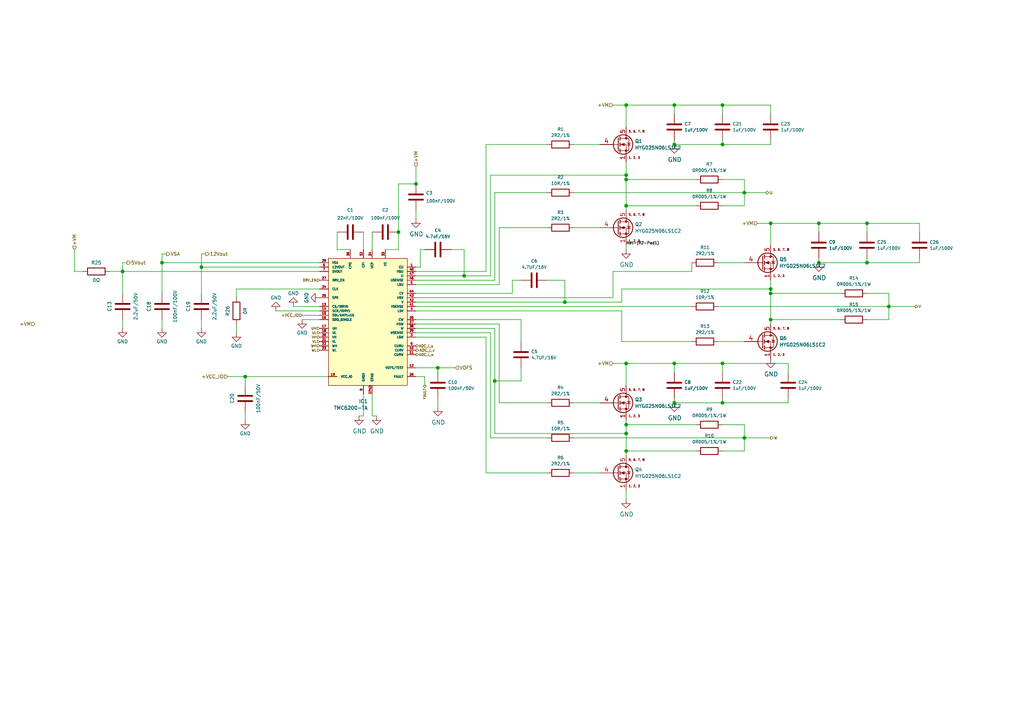
<source format=kicad_sch>
(kicad_sch (version 20211123) (generator eeschema)
  (paper "A4")
  (title_block (title "TMC6100-EVAL") (date "2019-10-28") (rev "1.2") (company "Trinamic OÜ"))
  (lib_symbols
    (symbol "Device:C" (pin_numbers hide) (pin_names (offset 0.254))
      (property "Reference" "C" (at 0.635 2.54 0))
      (property "Value" "C" (at 0.635 -2.54 0))
      (symbol "C_0_1"
        (polyline (pts (xy -2.032 -0.762) (xy 2.032 -0.762)) (stroke (width 0.508)))
        (polyline (pts (xy -2.032 0.762) (xy 2.032 0.762)) (stroke (width 0.508)))
      )
      (symbol "C_1_1"
        (pin passive line (at 0 3.81 270) (length 2.794) (name "~") (number "1"))
        (pin passive line (at 0 -3.81 90) (length 2.794) (name "~") (number "2"))
      )
    )
    (symbol "Device:R" (pin_numbers hide) (pin_names (offset 0))
      (property "Reference" "R" (at 2.032 0 90))
      (property "Value" "R" (at 0 0 90))
      (symbol "R_0_1"
        (rectangle (start -1.016 -2.54) (end 1.016 2.54) (stroke (width 0.254)))
      )
      (symbol "R_1_1"
        (pin passive line (at 0 3.81 270) (length 1.27) (name "~") (number "1"))
        (pin passive line (at 0 -3.81 90) (length 1.27) (name "~") (number "2"))
      )
    )
    (symbol "opm-inline-rescue:HYG025N06LS1C2" (pin_names hide)
      (property "Reference" "Q" (at 5.08 1.905 0))
      (property "Value" "HYG025N06LS1C2" (at 5.08 0 0))
      (symbol "HYG025N06LS1C2_0_0"
        (text "1, 2, 3" (at 3.175 -3.81 0) (effects (font (size 0.6096 0.6096)) (justify left)))
        (text "5, 6, 7, 8" (at 3.175 3.81 0) (effects (font (size 0.6096 0.6096)) (justify left)))
      )
      (symbol "HYG025N06LS1C2_0_1"
        (polyline (pts (xy -1.27 0) (xy 0.254 0)))
        (polyline (pts (xy 0.762 -1.778) (xy 2.54 -1.778)))
        (polyline (pts (xy 0.762 -1.27) (xy 0.762 -2.286)) (stroke (width 0.254)))
        (polyline (pts (xy 0.762 0) (xy 2.54 0)))
        (polyline (pts (xy 0.762 0.508) (xy 0.762 -0.508)) (stroke (width 0.254)))
        (polyline (pts (xy 0.762 1.778) (xy 2.54 1.778)))
        (polyline (pts (xy 0.762 2.286) (xy 0.762 1.27)) (stroke (width 0.254)))
        (polyline (pts (xy 2.54 -1.778) (xy 2.54 -2.54)))
        (polyline (pts (xy 2.54 -1.778) (xy 2.54 0)))
        (polyline (pts (xy 2.54 2.54) (xy 2.54 1.778)))
        (polyline (pts (xy 0.254 1.905) (xy 0.254 -1.905) (xy 0.254 -1.905)) (stroke (width 0.254)))
        (polyline (pts (xy 1.016 0) (xy 2.032 0.381) (xy 2.032 -0.381) (xy 1.016 0)) (fill (type outline)))
        (polyline (pts (xy 2.54 -1.778) (xy 3.302 -1.778) (xy 3.302 1.778) (xy 2.54 1.778)))
        (polyline (pts (xy 2.794 0.508) (xy 2.921 0.381) (xy 3.683 0.381) (xy 3.81 0.254)))
        (polyline (pts (xy 3.302 0.381) (xy 2.921 -0.254) (xy 3.683 -0.254) (xy 3.302 0.381)))
        (circle (center 1.651 0) (radius 2.8194) (stroke (width 0.254)))
        (circle (center 2.54 -1.778) (radius 0.2794) (fill (type outline)))
        (circle (center 2.54 1.778) (radius 0.2794) (fill (type outline)))
      )
      (symbol "HYG025N06LS1C2_1_1"
        (pin passive line (at 2.54 -5.08 90) (length 2.54) (name "S") (number "1"))
        (pin passive line (at 2.54 -5.08 90) (length 2.54) hide (name "S") (number "2"))
        (pin passive line (at 2.54 -5.08 90) (length 2.54) hide (name "S") (number "3"))
        (pin passive line (at -5.08 0 0) (length 3.81) (name "G") (number "4"))
        (pin passive line (at 2.54 5.08 270) (length 2.54) (name "D") (number "5"))
        (pin passive line (at 2.54 5.08 270) (length 2.54) hide (name "D") (number "6"))
        (pin passive line (at 2.54 5.08 270) (length 2.54) hide (name "D") (number "7"))
        (pin passive line (at 2.54 5.08 270) (length 2.54) hide (name "D") (number "8"))
      )
    )
    (symbol "opm-inline-rescue:TMC6200-TA-opm-inline-cache-opm-inline-rescue" (pin_names (offset 1.016))
      (property "Reference" "IC" (at 0 -1.27 0))
      (property "Value" "TMC6200-TA-opm-inline-cache-opm-inline-rescue" (at 0 1.27 0))
      (symbol "TMC6200-TA-opm-inline-cache-opm-inline-rescue_0_1"
        (rectangle (start -11.43 17.78) (end 11.43 -19.05) (fill (type background)))
      )
      (symbol "TMC6200-TA-opm-inline-cache-opm-inline-rescue_1_1"
        (pin unspecified line (at 13.97 15.24 180) (length 2.54) (name "CU") (number "1"))
        (pin output line (at 13.97 -8.89 180) (length 2.54) (name "CURV") (number "10"))
        (pin output line (at 13.97 -10.16 180) (length 2.54) (name "CURW") (number "11"))
        (pin output line (at 13.97 -13.97 180) (length 2.54) (name "VOFS/TEST") (number "12"))
        (pin output line (at -13.97 3.81 0) (length 2.54) (name "CS/IDRV0") (number "13"))
        (pin input line (at -13.97 2.54 0) (length 2.54) (name "SCK/IDRV1") (number "14"))
        (pin input line (at -13.97 1.27 0) (length 2.54) (name "SDI/AMPLx10") (number "15"))
        (pin bidirectional line (at -13.97 0 0) (length 2.54) (name "SDO_SINGLE") (number "16"))
        (pin input line (at -13.97 -2.54 0) (length 2.54) (name "UH") (number "17"))
        (pin input line (at -13.97 -3.81 0) (length 2.54) (name "UL") (number "18"))
        (pin unspecified line (at -11.43 -16.51 0) (length 2.54) (name "VCC_IO") (number "19"))
        (pin input line (at -13.97 -5.08 0) (length 2.54) (name "VH") (number "20"))
        (pin input line (at -13.97 -6.35 0) (length 2.54) (name "VL") (number "21"))
        (pin input line (at -13.97 -7.62 0) (length 2.54) (name "WH") (number "22"))
        (pin input line (at -13.97 -8.89 0) (length 2.54) (name "WL") (number "23"))
        (pin input line (at -13.97 8.89 0) (length 2.54) (name "CLK") (number "24"))
        (pin input line (at -13.97 6.35 0) (length 2.54) (name "SPE") (number "25"))
        (pin output line (at 13.97 -16.51 180) (length 2.54) (name "FAULT") (number "26"))
        (pin input line (at -13.97 11.43 0) (length 2.54) (name "DRV_EN") (number "27"))
        (pin unspecified line (at -13.97 16.51 0) (length 2.54) (name "VSA") (number "29"))
        (pin unspecified line (at 13.97 -5.08 180) (length 2.54) (name "LSW") (number "3"))
        (pin unspecified line (at -5.08 20.32 270) (length 2.54) (name "CPO") (number "30"))
        (pin unspecified line (at -1.27 20.32 270) (length 2.54) (name "CPI") (number "32"))
        (pin unspecified line (at 5.08 20.32 270) (length 2.54) (name "VS") (number "33"))
        (pin unspecified line (at 1.27 20.32 270) (length 2.54) (name "VCP") (number "34"))
        (pin unspecified line (at 13.97 0 180) (length 2.54) (name "CW") (number "36"))
        (pin unspecified line (at 13.97 -1.27 180) (length 2.54) (name "HSW") (number "37"))
        (pin unspecified line (at 13.97 -2.54 180) (length 2.54) (name "W") (number "38"))
        (pin unspecified line (at 13.97 -3.81 180) (length 2.54) (name "WSENSE") (number "39"))
        (pin unspecified line (at 13.97 2.54 180) (length 2.54) (name "LSV") (number "4"))
        (pin unspecified line (at 13.97 3.81 180) (length 2.54) (name "VSENSE") (number "41"))
        (pin unspecified line (at 13.97 5.08 180) (length 2.54) (name "V") (number "42"))
        (pin unspecified line (at 13.97 6.35 180) (length 2.54) (name "HSV") (number "43"))
        (pin unspecified line (at 13.97 7.62 180) (length 2.54) (name "CV") (number "44"))
        (pin unspecified line (at 13.97 11.43 180) (length 2.54) (name "USENSE") (number "46"))
        (pin unspecified line (at 13.97 12.7 180) (length 2.54) (name "U") (number "47"))
        (pin unspecified line (at 13.97 13.97 180) (length 2.54) (name "HSU") (number "48"))
        (pin unspecified line (at 13.97 10.16 180) (length 2.54) (name "LSU") (number "5"))
        (pin unspecified line (at -13.97 15.24 0) (length 2.54) (name "12VOUT") (number "6"))
        (pin unspecified line (at -13.97 13.97 0) (length 2.54) (name "5VOUT") (number "7"))
        (pin unspecified line (at -1.27 -21.59 90) (length 2.54) (name "GNDA") (number "8"))
        (pin output line (at 13.97 -7.62 180) (length 2.54) (name "CURU") (number "9"))
        (pin unspecified line (at 1.27 -21.59 90) (length 2.54) (name "EPAD") (number "EPAD"))
      )
    )
    (symbol "power:GND" (power) (pin_names (offset 0))
      (property "Value" "GND" (at 0 -3.81 0))
      (symbol "GND_0_1"
        (polyline (pts (xy 0 0) (xy 0 -1.27) (xy 1.27 -1.27) (xy 0 -2.54) (xy -1.27 -1.27) (xy 0 -1.27)))
      )
      (symbol "GND_1_1"
        (pin power_in line (at 0 0 270) (length 0) hide (name "GND") (number "1"))
      )
    )
  )
  (junction (at 215.9 127))
  (junction (at 46.99 76.2))
  (junction (at 71.12 109.22))
  (junction (at 257.81 88.9))
  (junction (at 143.51 110.49))
  (junction (at 195.58 30.48))
  (junction (at 237.49 64.77))
  (junction (at 181.61 30.48))
  (junction (at 181.61 50.8))
  (junction (at 181.61 59.69))
  (junction (at 195.58 41.91))
  (junction (at 181.61 52.07))
  (junction (at 223.52 64.77))
  (junction (at 223.52 83.82))
  (junction (at 58.42 77.47))
  (junction (at 209.55 41.91))
  (junction (at 195.58 105.41))
  (junction (at 195.58 116.84))
  (junction (at 181.61 123.19))
  (junction (at 209.55 105.41))
  (junction (at 251.46 64.77))
  (junction (at 181.61 125.73))
  (junction (at 181.61 130.81))
  (junction (at 120.65 53.34))
  (junction (at 209.55 30.48))
  (junction (at 127 106.68))
  (junction (at 115.57 67.31))
  (junction (at 215.9 55.88))
  (junction (at 237.49 76.2))
  (junction (at 251.46 76.2))
  (junction (at 163.83 87.63))
  (junction (at 134.62 80.01))
  (junction (at 35.56 78.74))
  (junction (at 181.61 105.41))
  (junction (at 223.52 92.71))
  (junction (at 223.52 85.09))
  (junction (at 209.55 116.84))
  (wire (pts (xy 58.42 73.66) (xy 59.69 73.66)))
  (wire (pts (xy 237.49 64.77) (xy 237.49 67.31)))
  (wire (pts (xy 219.71 64.77) (xy 223.52 64.77)))
  (wire (pts (xy 173.99 116.84) (xy 166.37 116.84)))
  (wire (pts (xy 228.6 105.41) (xy 228.6 107.95)))
  (wire (pts (xy 251.46 64.77) (xy 251.46 67.31)))
  (wire (pts (xy 166.37 55.88) (xy 215.9 55.88)))
  (wire (pts (xy 181.61 142.24) (xy 181.61 144.78)))
  (wire (pts (xy 120.65 78.74) (xy 140.97 78.74)))
  (wire (pts (xy 166.37 137.16) (xy 173.99 137.16)))
  (wire (pts (xy 120.65 109.22) (xy 123.19 109.22)))
  (wire (pts (xy 223.52 83.82) (xy 223.52 85.09)))
  (wire (pts (xy 181.61 59.69) (xy 201.93 59.69)))
  (wire (pts (xy 142.24 127) (xy 158.75 127)))
  (wire (pts (xy 115.57 72.39) (xy 115.57 67.31)))
  (wire (pts (xy 21.59 72.39) (xy 21.59 78.74)))
  (wire (pts (xy 195.58 30.48) (xy 209.55 30.48)))
  (wire (pts (xy 140.97 41.91) (xy 158.75 41.91)))
  (wire (pts (xy 92.71 83.82) (xy 68.58 83.82)))
  (wire (pts (xy 121.92 72.39) (xy 123.19 72.39)))
  (wire (pts (xy 140.97 97.79) (xy 140.97 137.16)))
  (wire (pts (xy 215.9 52.07) (xy 215.9 55.88)))
  (wire (pts (xy 195.58 105.41) (xy 195.58 107.95)))
  (wire (pts (xy 35.56 78.74) (xy 92.71 78.74)))
  (wire (pts (xy 223.52 64.77) (xy 237.49 64.77)))
  (wire (pts (xy 46.99 73.66) (xy 48.26 73.66)))
  (wire (pts (xy 120.65 53.34) (xy 120.65 48.26)))
  (wire (pts (xy 251.46 85.09) (xy 257.81 85.09)))
  (wire (pts (xy 143.51 125.73) (xy 181.61 125.73)))
  (wire (pts (xy 31.75 78.74) (xy 35.56 78.74)))
  (wire (pts (xy 181.61 111.76) (xy 181.61 105.41)))
  (wire (pts (xy 195.58 116.84) (xy 209.55 116.84)))
  (wire (pts (xy 151.13 106.68) (xy 151.13 110.49)))
  (wire (pts (xy 104.14 120.65) (xy 105.41 120.65)))
  (wire (pts (xy 181.61 36.83) (xy 181.61 30.48)))
  (wire (pts (xy 215.9 59.69) (xy 209.55 59.69)))
  (wire (pts (xy 215.9 55.88) (xy 222.25 55.88)))
  (wire (pts (xy 163.83 81.28) (xy 163.83 87.63)))
  (wire (pts (xy 215.9 127) (xy 223.52 127)))
  (wire (pts (xy 223.52 33.02) (xy 223.52 30.48)))
  (wire (pts (xy 120.65 87.63) (xy 163.83 87.63)))
  (wire (pts (xy 223.52 85.09) (xy 223.52 92.71)))
  (wire (pts (xy 237.49 64.77) (xy 251.46 64.77)))
  (wire (pts (xy 251.46 64.77) (xy 266.7 64.77)))
  (wire (pts (xy 215.9 123.19) (xy 215.9 127)))
  (wire (pts (xy 115.57 67.31) (xy 115.57 53.34)))
  (wire (pts (xy 120.65 93.98) (xy 144.78 93.98)))
  (wire (pts (xy 208.28 88.9) (xy 257.81 88.9)))
  (wire (pts (xy 85.09 88.9) (xy 92.71 88.9)))
  (wire (pts (xy 209.55 41.91) (xy 223.52 41.91)))
  (wire (pts (xy 120.65 92.71) (xy 151.13 92.71)))
  (wire (pts (xy 24.13 78.74) (xy 21.59 78.74)))
  (wire (pts (xy 215.9 130.81) (xy 209.55 130.81)))
  (wire (pts (xy 143.51 55.88) (xy 158.75 55.88)))
  (wire (pts (xy 120.65 95.25) (xy 143.51 95.25)))
  (wire (pts (xy 228.6 116.84) (xy 228.6 115.57)))
  (wire (pts (xy 223.52 71.12) (xy 223.52 64.77)))
  (wire (pts (xy 181.61 105.41) (xy 195.58 105.41)))
  (wire (pts (xy 180.34 87.63) (xy 180.34 83.82)))
  (wire (pts (xy 195.58 30.48) (xy 195.58 33.02)))
  (wire (pts (xy 120.65 88.9) (xy 200.66 88.9)))
  (wire (pts (xy 142.24 96.52) (xy 142.24 127)))
  (wire (pts (xy 148.59 85.09) (xy 148.59 81.28)))
  (wire (pts (xy 140.97 78.74) (xy 140.97 41.91)))
  (wire (pts (xy 35.56 76.2) (xy 35.56 78.74)))
  (wire (pts (xy 58.42 85.09) (xy 58.42 77.47)))
  (wire (pts (xy 158.75 81.28) (xy 163.83 81.28)))
  (wire (pts (xy 68.58 96.52) (xy 68.58 93.98)))
  (wire (pts (xy 130.81 72.39) (xy 134.62 72.39)))
  (wire (pts (xy 237.49 76.2) (xy 251.46 76.2)))
  (wire (pts (xy 120.65 90.17) (xy 180.34 90.17)))
  (wire (pts (xy 195.58 41.91) (xy 209.55 41.91)))
  (wire (pts (xy 209.55 41.91) (xy 209.55 40.64)))
  (wire (pts (xy 127 107.95) (xy 127 106.68)))
  (wire (pts (xy 257.81 88.9) (xy 265.43 88.9)))
  (wire (pts (xy 111.76 72.39) (xy 115.57 72.39)))
  (wire (pts (xy 68.58 83.82) (xy 68.58 86.36)))
  (wire (pts (xy 223.52 85.09) (xy 243.84 85.09)))
  (wire (pts (xy 46.99 92.71) (xy 46.99 95.25)))
  (wire (pts (xy 46.99 76.2) (xy 46.99 73.66)))
  (wire (pts (xy 58.42 92.71) (xy 58.42 95.25)))
  (wire (pts (xy 134.62 80.01) (xy 142.24 80.01)))
  (wire (pts (xy 209.55 30.48) (xy 209.55 33.02)))
  (wire (pts (xy 109.22 120.65) (xy 107.95 120.65)))
  (wire (pts (xy 120.65 82.55) (xy 144.78 82.55)))
  (wire (pts (xy 257.81 88.9) (xy 257.81 92.71)))
  (wire (pts (xy 181.61 59.69) (xy 181.61 60.96)))
  (wire (pts (xy 58.42 77.47) (xy 58.42 73.66)))
  (wire (pts (xy 215.9 55.88) (xy 215.9 59.69)))
  (wire (pts (xy 107.95 120.65) (xy 107.95 114.3)))
  (wire (pts (xy 140.97 137.16) (xy 158.75 137.16)))
  (wire (pts (xy 71.12 109.22) (xy 95.25 109.22)))
  (wire (pts (xy 251.46 76.2) (xy 266.7 76.2)))
  (wire (pts (xy 143.51 110.49) (xy 143.51 125.73)))
  (wire (pts (xy 92.71 76.2) (xy 46.99 76.2)))
  (wire (pts (xy 180.34 83.82) (xy 223.52 83.82)))
  (wire (pts (xy 223.52 93.98) (xy 223.52 92.71)))
  (wire (pts (xy 120.65 77.47) (xy 121.92 77.47)))
  (wire (pts (xy 35.56 95.25) (xy 35.56 92.71)))
  (wire (pts (xy 266.7 64.77) (xy 266.7 67.31)))
  (wire (pts (xy 127 115.57) (xy 127 118.11)))
  (wire (pts (xy 120.65 86.36) (xy 177.8 86.36)))
  (wire (pts (xy 123.19 109.22) (xy 123.19 111.76)))
  (wire (pts (xy 180.34 99.06) (xy 200.66 99.06)))
  (wire (pts (xy 36.83 76.2) (xy 35.56 76.2)))
  (wire (pts (xy 115.57 53.34) (xy 120.65 53.34)))
  (wire (pts (xy 177.8 86.36) (xy 177.8 78.74)))
  (wire (pts (xy 127 106.68) (xy 132.08 106.68)))
  (wire (pts (xy 209.55 105.41) (xy 195.58 105.41)))
  (wire (pts (xy 105.41 67.31) (xy 105.41 72.39)))
  (wire (pts (xy 223.52 81.28) (xy 223.52 83.82)))
  (wire (pts (xy 151.13 92.71) (xy 151.13 99.06)))
  (wire (pts (xy 181.61 125.73) (xy 181.61 130.81)))
  (wire (pts (xy 166.37 66.04) (xy 173.99 66.04)))
  (wire (pts (xy 120.65 97.79) (xy 140.97 97.79)))
  (wire (pts (xy 120.65 96.52) (xy 142.24 96.52)))
  (wire (pts (xy 134.62 72.39) (xy 134.62 80.01)))
  (wire (pts (xy 173.99 41.91) (xy 166.37 41.91)))
  (wire (pts (xy 195.58 40.64) (xy 195.58 41.91)))
  (wire (pts (xy 71.12 109.22) (xy 71.12 111.76)))
  (wire (pts (xy 215.9 76.2) (xy 208.28 76.2)))
  (wire (pts (xy 144.78 93.98) (xy 144.78 116.84)))
  (wire (pts (xy 195.58 115.57) (xy 195.58 116.84)))
  (wire (pts (xy 181.61 50.8) (xy 181.61 52.07)))
  (wire (pts (xy 46.99 76.2) (xy 46.99 85.09)))
  (wire (pts (xy 87.63 91.44) (xy 92.71 91.44)))
  (wire (pts (xy 177.8 105.41) (xy 181.61 105.41)))
  (wire (pts (xy 209.55 107.95) (xy 209.55 105.41)))
  (wire (pts (xy 71.12 119.38) (xy 71.12 121.92)))
  (wire (pts (xy 209.55 105.41) (xy 228.6 105.41)))
  (wire (pts (xy 181.61 52.07) (xy 201.93 52.07)))
  (wire (pts (xy 120.65 80.01) (xy 134.62 80.01)))
  (wire (pts (xy 209.55 116.84) (xy 209.55 115.57)))
  (wire (pts (xy 257.81 92.71) (xy 251.46 92.71)))
  (wire (pts (xy 97.79 67.31) (xy 97.79 72.39)))
  (wire (pts (xy 144.78 66.04) (xy 158.75 66.04)))
  (wire (pts (xy 127 106.68) (xy 120.65 106.68)))
  (wire (pts (xy 223.52 92.71) (xy 243.84 92.71)))
  (wire (pts (xy 209.55 52.07) (xy 215.9 52.07)))
  (wire (pts (xy 223.52 41.91) (xy 223.52 40.64)))
  (wire (pts (xy 237.49 74.93) (xy 237.49 76.2)))
  (wire (pts (xy 120.65 85.09) (xy 148.59 85.09)))
  (wire (pts (xy 223.52 30.48) (xy 209.55 30.48)))
  (wire (pts (xy 144.78 66.04) (xy 144.78 82.55)))
  (wire (pts (xy 66.04 109.22) (xy 71.12 109.22)))
  (wire (pts (xy 92.71 92.71) (xy 87.63 92.71)))
  (wire (pts (xy 251.46 76.2) (xy 251.46 74.93)))
  (wire (pts (xy 180.34 90.17) (xy 180.34 99.06)))
  (wire (pts (xy 120.65 81.28) (xy 143.51 81.28)))
  (wire (pts (xy 92.71 90.17) (xy 80.01 90.17)))
  (wire (pts (xy 107.95 72.39) (xy 107.95 67.31)))
  (wire (pts (xy 181.61 130.81) (xy 201.93 130.81)))
  (wire (pts (xy 35.56 85.09) (xy 35.56 78.74)))
  (wire (pts (xy 97.79 72.39) (xy 101.6 72.39)))
  (wire (pts (xy 209.55 123.19) (xy 215.9 123.19)))
  (wire (pts (xy 215.9 127) (xy 215.9 130.81)))
  (wire (pts (xy 142.24 50.8) (xy 181.61 50.8)))
  (wire (pts (xy 120.65 60.96) (xy 120.65 63.5)))
  (wire (pts (xy 181.61 132.08) (xy 181.61 130.81)))
  (wire (pts (xy 181.61 30.48) (xy 195.58 30.48)))
  (wire (pts (xy 144.78 116.84) (xy 158.75 116.84)))
  (wire (pts (xy 266.7 76.2) (xy 266.7 74.93)))
  (wire (pts (xy 181.61 123.19) (xy 201.93 123.19)))
  (wire (pts (xy 209.55 116.84) (xy 228.6 116.84)))
  (wire (pts (xy 177.8 78.74) (xy 200.66 78.74)))
  (wire (pts (xy 181.61 46.99) (xy 181.61 50.8)))
  (wire (pts (xy 181.61 121.92) (xy 181.61 123.19)))
  (wire (pts (xy 148.59 81.28) (xy 151.13 81.28)))
  (wire (pts (xy 121.92 77.47) (xy 121.92 72.39)))
  (wire (pts (xy 181.61 52.07) (xy 181.61 59.69)))
  (wire (pts (xy 181.61 123.19) (xy 181.61 125.73)))
  (wire (pts (xy 166.37 127) (xy 215.9 127)))
  (wire (pts (xy 208.28 99.06) (xy 215.9 99.06)))
  (wire (pts (xy 143.51 55.88) (xy 143.51 81.28)))
  (wire (pts (xy 105.41 120.65) (xy 105.41 114.3)))
  (wire (pts (xy 92.71 77.47) (xy 58.42 77.47)))
  (wire (pts (xy 200.66 78.74) (xy 200.66 76.2)))
  (wire (pts (xy 163.83 87.63) (xy 180.34 87.63)))
  (wire (pts (xy 142.24 50.8) (xy 142.24 80.01)))
  (wire (pts (xy 151.13 110.49) (xy 143.51 110.49)))
  (wire (pts (xy 143.51 95.25) (xy 143.51 110.49)))
  (wire (pts (xy 177.8 30.48) (xy 181.61 30.48)))
  (wire (pts (xy 257.81 85.09) (xy 257.81 88.9)))
  (wire (pts (xy 181.61 71.12) (xy 181.61 72.39)))
  (label "Net-(R2-Pad1)" (at 181.61 71.12 0) (effects (font (size 0.7874 0.7874))))
  (hierarchical_label "+VM" (shape input) (at 219.71 64.77 180) (effects (font (size 0.9906 0.9906))))
  (hierarchical_label "+VM" (shape input) (at 21.59 72.39 90) (effects (font (size 0.9906 0.9906))))
  (hierarchical_label "U" (shape output) (at 222.25 55.88 0) (effects (font (size 0.7874 0.7874))))
  (hierarchical_label "+VCC_IO" (shape input) (at 66.04 109.22 180) (effects (font (size 0.9906 0.9906))))
  (hierarchical_label "W" (shape output) (at 223.52 127 0) (effects (font (size 0.7874 0.7874))))
  (hierarchical_label "+VM" (shape input) (at 120.65 48.26 90) (effects (font (size 0.9906 0.9906))))
  (hierarchical_label "DRV_EN" (shape input) (at 92.71 81.28 180) (effects (font (size 0.7112 0.7112))))
  (hierarchical_label "VOFS" (shape input) (at 132.08 106.68 0) (effects (font (size 0.9906 0.9906))))
  (hierarchical_label "UL" (shape input) (at 92.71 96.52 180) (effects (font (size 0.7112 0.7112))))
  (hierarchical_label "ADC_I_w" (shape output) (at 120.65 102.87 0) (effects (font (size 0.7112 0.7112))))
  (hierarchical_label "FAULT" (shape output) (at 123.19 111.76 270) (effects (font (size 0.7112 0.7112))))
  (hierarchical_label "UH" (shape input) (at 92.71 95.25 180) (effects (font (size 0.7112 0.7112))))
  (hierarchical_label "VSA" (shape output) (at 48.26 73.66 0) (effects (font (size 0.9906 0.9906))))
  (hierarchical_label "WL" (shape input) (at 92.71 101.6 180) (effects (font (size 0.7112 0.7112))))
  (hierarchical_label "+VM" (shape input) (at 10.16 93.98 180) (effects (font (size 0.9906 0.9906))))
  (hierarchical_label "12Vout" (shape output) (at 59.69 73.66 0) (effects (font (size 0.9906 0.9906))))
  (hierarchical_label "ADC_I_u" (shape output) (at 120.65 100.33 0) (effects (font (size 0.7112 0.7112))))
  (hierarchical_label "VL" (shape input) (at 92.71 99.06 180) (effects (font (size 0.7112 0.7112))))
  (hierarchical_label "WH" (shape input) (at 92.71 100.33 180) (effects (font (size 0.7112 0.7112))))
  (hierarchical_label "ADC_I_v" (shape output) (at 120.65 101.6 0) (effects (font (size 0.7874 0.7874))))
  (hierarchical_label "5Vout" (shape output) (at 36.83 76.2 0) (effects (font (size 0.9906 0.9906))))
  (hierarchical_label "+VM" (shape input) (at 177.8 30.48 180) (effects (font (size 0.9906 0.9906))))
  (hierarchical_label "V" (shape output) (at 265.43 88.9 0) (effects (font (size 0.7874 0.7874))))
  (hierarchical_label "+VCC_IO" (shape input) (at 87.63 91.44 180) (effects (font (size 0.7874 0.7874))))
  (hierarchical_label "VH" (shape input) (at 92.71 97.79 180) (effects (font (size 0.7112 0.7112))))
  (hierarchical_label "+VM" (shape input) (at 177.8 105.41 180) (effects (font (size 0.9906 0.9906))))
  (symbol (lib_id "power:GND") (at 71.12 121.92 0) (unit 1)
    (property "Reference" "#PWR0122" (effects hide))
    (property "Value" "GND" (at 71.12 125.73 0) (effects (font (size 0.9906 0.9906))))
  )
  (symbol (lib_id "Device:R") (at 68.58 90.17 0) (unit 1)
    (property "Reference" "R26" (at 66.04 90.17 90) (effects (font (size 0.9906 0.9906))))
    (property "Value" "0R" (at 71.12 90.17 90) (effects (font (size 0.9906 0.9906))))
    (property "Footprint" "Resistor_SMD:R_0603_1608Metric" (effects hide))
    (property "Datasheet" "https://datasheet.lcsc.com/lcsc/2110252030_UNI-ROYAL-Uniroyal-Elec-0603WAF0000T5E_C21189.pdf" (effects hide))
    (property "LCSC" "C21189" (effects hide))
    (property "manf_num" "0603WAF0000T5E" (effects hide))
    (property "alt" "RC0603FR-070RL" (effects hide))
  )
  (symbol (lib_id "power:GND") (at 68.58 96.52 0) (unit 1)
    (property "Reference" "#PWR0123" (effects hide))
    (property "Value" "GND" (at 68.58 100.33 0) (effects (font (size 0.9906 0.9906))))
  )
  (symbol (lib_id "Device:C") (at 71.12 115.57 0) (unit 1)
    (property "Reference" "C20" (at 67.31 115.57 90) (effects (font (size 0.9906 0.9906))))
    (property "Value" "100nF/50V" (at 74.93 115.57 90) (effects (font (size 0.9906 0.9906))))
    (property "Footprint" "Capacitor_SMD:C_0603_1608Metric" (effects hide))
    (property "Datasheet" "https://www.mouser.fi/datasheet/2/447/UPY_GPHC_X7R_6_3V_to_50V_20-1995650.pdf" (effects hide))
    (property "LCSC" "C14663" (effects hide))
    (property "manf_num" "CC0603KRX7R9BB104" (effects hide))
  )
  (symbol (lib_id "Device:R") (at 27.94 78.74 270) (unit 1)
    (property "Reference" "R25" (at 27.94 76.2 90) (effects (font (size 0.9906 0.9906))))
    (property "Value" "0Ω" (at 27.94 81.28 90) (effects (font (size 0.9906 0.9906))))
    (property "Footprint" "Resistor_SMD:R_0603_1608Metric" (effects hide))
    (property "Datasheet" "https://datasheet.lcsc.com/lcsc/2110252030_UNI-ROYAL-Uniroyal-Elec-0603WAF0000T5E_C21189.pdf" (effects hide))
    (property "LCSC" "C21189" (effects hide))
    (property "manf_num" "0603WAF0000T5E" (effects hide))
    (property "alt" "RC0603FR-070RL" (effects hide))
  )
  (symbol (lib_id "Device:C") (at 35.56 88.9 0) (unit 1)
    (property "Reference" "C13" (at 31.75 88.9 90) (effects (font (size 0.9906 0.9906))))
    (property "Value" "2.2uF/50V" (at 39.37 88.9 90) (effects (font (size 0.9906 0.9906))))
    (property "Footprint" "Capacitor_SMD:C_0805_2012Metric" (effects hide))
    (property "Datasheet" "https://datasheet.lcsc.com/lcsc/1811101411_FH-Guangdong-Fenghua-Advanced-Tech-0805F225M500NT_C49217.pdf" (effects hide))
    (property "LCSC" "C49217" (effects hide))
    (property "manf_num" "0805F225M500NT" (effects hide))
    (property "alt" "UMK212BB7225KG-T" (effects hide))
  )
  (symbol (lib_id "power:GND") (at 35.56 95.25 0) (unit 1)
    (property "Reference" "#PWR0124" (effects hide))
    (property "Value" "GND" (at 35.56 99.06 0) (effects (font (size 0.9906 0.9906))))
  )
  (symbol (lib_id "Device:C") (at 46.99 88.9 0) (unit 1)
    (property "Reference" "C18" (at 43.18 88.9 90) (effects (font (size 0.9906 0.9906))))
    (property "Value" "100nF/100V" (at 50.8 88.9 90) (effects (font (size 0.9906 0.9906))))
    (property "Footprint" "Capacitor_SMD:C_0805_2012Metric" (effects hide))
    (property "Datasheet" "https://www.mouser.fi/datasheet/2/447/yago_s_a0003556389_1-2286781.pdf" (effects hide))
    (property "LCSC" "C106243" (effects hide))
    (property "manf_num" "CC0805KKX7R0BB104" (effects hide))
  )
  (symbol (lib_id "Device:C") (at 58.42 88.9 0) (unit 1)
    (property "Reference" "C19" (at 54.61 88.9 90) (effects (font (size 0.9906 0.9906))))
    (property "Value" "2.2uF/50V" (at 62.23 88.9 90) (effects (font (size 0.9906 0.9906))))
    (property "Footprint" "Capacitor_SMD:C_0805_2012Metric" (effects hide))
    (property "Datasheet" "https://datasheet.lcsc.com/lcsc/1811101411_FH-Guangdong-Fenghua-Advanced-Tech-0805F225M500NT_C49217.pdf" (effects hide))
    (property "LCSC" "C49217" (effects hide))
    (property "manf_num" "0805F225M500NT" (effects hide))
    (property "alt" "UMK212BB7225KG-T" (effects hide))
  )
  (symbol (lib_id "power:GND") (at 46.99 95.25 0) (unit 1)
    (property "Reference" "#PWR0125" (effects hide))
    (property "Value" "GND" (at 46.99 99.06 0) (effects (font (size 0.9906 0.9906))))
  )
  (symbol (lib_id "power:GND") (at 58.42 95.25 0) (unit 1)
    (property "Reference" "#PWR0126" (effects hide))
    (property "Value" "GND" (at 58.42 99.06 0) (effects (font (size 0.9906 0.9906))))
  )
  (symbol (lib_id "opm-inline-rescue:TMC6200-TA-opm-inline-cache-opm-inline-rescue") (at 106.68 92.71 0) (unit 1)
    (property "Reference" "IC1" (at 106.68 116.3828 0) (effects (font (size 1.016 1.016)) (justify right)))
    (property "Value" "TMC6200-TA" (at 106.68 118.3132 0) (effects (font (size 1.016 1.016)) (justify right)))
    (property "Footprint" "Libraries:TMC6200-TA" (effects hide))
    (property "Datasheet" "https://trinamic.com/fileadmin/assets/Products/ICs_Documents/TMC6200_datasheet_Rev1.05.pdf" (effects hide))
    (property "manf_num" "TMC6200-TA" (effects hide))
    (property "JLCPCB BOM" "No" (effects hide))
  )
  (symbol (lib_id "power:GND") (at 104.14 120.65 0) (unit 1)
    (property "Reference" "#PWR01" (effects hide))
    (property "Value" "GND" (at 104.267 125.0442 0))
  )
  (symbol (lib_id "power:GND") (at 109.22 120.65 0) (unit 1)
    (property "Reference" "#PWR02" (effects hide))
    (property "Value" "GND" (at 109.347 125.0442 0))
  )
  (symbol (lib_id "Device:C") (at 151.13 102.87 0) (unit 1)
    (property "Reference" "C5" (at 154.051 101.981 0) (effects (font (size 0.889 0.889)) (justify left)))
    (property "Value" "4.7UF/16V" (at 154.051 103.7336 0) (effects (font (size 0.889 0.889)) (justify left)))
    (property "Footprint" "Capacitor_SMD:C_0603_1608Metric" (effects hide))
    (property "Datasheet" "https://datasheet.lcsc.com/lcsc/1810261514_Samsung-Electro-Mechanics-CL10A475KO8NNNC_C19666.pdf" (effects hide))
    (property "LCSC" "C19666" (effects hide))
    (property "manf_num" "CL10A475KO8NNNC" (effects hide))
  )
  (symbol (lib_id "Device:R") (at 162.56 116.84 270) (unit 1)
    (property "Reference" "R4" (at 162.56 112.4204 90) (effects (font (size 0.889 0.889))))
    (property "Value" "2R2/1%" (at 162.56 114.173 90) (effects (font (size 0.889 0.889))))
    (property "Footprint" "Resistor_SMD:R_0603_1608Metric" (effects hide))
    (property "Datasheet" "https://datasheet.lcsc.com/lcsc/2110252030_UNI-ROYAL-Uniroyal-Elec-0603WAF220KT5E_C22939.pdf" (effects hide))
    (property "LCSC" "C22939" (effects hide))
    (property "manf_num" "0603WAF220KT5E" (effects hide))
  )
  (symbol (lib_id "Device:R") (at 162.56 127 270) (unit 1)
    (property "Reference" "R5" (at 162.56 122.5804 90) (effects (font (size 0.889 0.889))))
    (property "Value" "10R/1%" (at 162.56 124.333 90) (effects (font (size 0.889 0.889))))
    (property "Footprint" "Resistor_SMD:R_0603_1608Metric" (effects hide))
    (property "Datasheet" "https://datasheet.lcsc.com/lcsc/2110252030_UNI-ROYAL-Uniroyal-Elec-0603WAF100JT5E_C22859.pdf" (effects hide))
    (property "LCSC" "C22859" (effects hide))
    (property "manf_num" "0603WAF100JT5E" (effects hide))
    (property "alt" "AC0603FR-0710RL" (effects hide))
  )
  (symbol (lib_id "Device:R") (at 162.56 137.16 270) (unit 1)
    (property "Reference" "R6" (at 162.56 132.7404 90) (effects (font (size 0.889 0.889))))
    (property "Value" "2R2/1%" (at 162.56 134.493 90) (effects (font (size 0.889 0.889))))
    (property "Footprint" "Resistor_SMD:R_0603_1608Metric" (effects hide))
    (property "Datasheet" "https://datasheet.lcsc.com/lcsc/2110252030_UNI-ROYAL-Uniroyal-Elec-0603WAF220KT5E_C22939.pdf" (effects hide))
    (property "LCSC" "C22939" (effects hide))
    (property "manf_num" "0603WAF220KT5E" (effects hide))
  )
  (symbol (lib_id "Device:R") (at 205.74 123.19 270) (unit 1)
    (property "Reference" "R9" (at 205.74 118.7704 90) (effects (font (size 0.889 0.889))))
    (property "Value" "0R005/1%/1W" (at 205.74 120.523 90) (effects (font (size 0.889 0.889))))
    (property "Footprint" "Resistor_SMD:R_1206_3216Metric" (effects hide))
    (property "Datasheet" "https://datasheet.lcsc.com/lcsc/2006112327_Milliohm-HoLR1206-1W-5mR-1--75ppm_C601096.pdf" (effects hide))
    (property "LCSC" "C601096" (effects hide))
    (property "manf_num" "HoLR1206-1W-5mR-1%-75ppm" (effects hide))
  )
  (symbol (lib_id "Device:R") (at 205.74 130.81 270) (unit 1)
    (property "Reference" "R10" (at 205.74 126.3904 90) (effects (font (size 0.889 0.889))))
    (property "Value" "0R005/1%/1W" (at 205.74 128.143 90) (effects (font (size 0.889 0.889))))
    (property "Footprint" "Resistor_SMD:R_1206_3216Metric" (effects hide))
    (property "Datasheet" "https://datasheet.lcsc.com/lcsc/2006112327_Milliohm-HoLR1206-1W-5mR-1--75ppm_C601096.pdf" (effects hide))
    (property "LCSC" "C601096" (effects hide))
    (property "manf_num" "HoLR1206-1W-5mR-1%-75ppm" (effects hide))
  )
  (symbol (lib_id "power:GND") (at 181.61 144.78 0) (unit 1)
    (property "Reference" "#PWR04" (effects hide))
    (property "Value" "GND" (at 181.737 149.1742 0))
  )
  (symbol (lib_id "Device:C") (at 195.58 111.76 0) (unit 1)
    (property "Reference" "C8" (at 198.501 110.871 0) (effects (font (size 0.889 0.889)) (justify left)))
    (property "Value" "1uF/100V" (at 198.501 112.6236 0) (effects (font (size 0.889 0.889)) (justify left)))
    (property "Footprint" "Capacitor_SMD:C_0805_2012Metric" (effects hide))
    (property "Datasheet" "https://datasheet.lcsc.com/lcsc/2105241210_Taiyo-Yuden-HMK212BC7105KGHTE_C385977.pdf" (effects hide))
    (property "LCSC" "C385977" (effects hide))
    (property "manf_num  " "HMK212BC7105KGHTE" (effects hide))
  )
  (symbol (lib_id "opm-inline-rescue:HYG025N06LS1C2") (at 179.07 66.04 0) (unit 1)
    (property "Reference" "Q2" (at 184.15 65.0748 0) (effects (font (size 0.9906 0.9906)) (justify left)))
    (property "Value" "HYG025N06LS1C2" (at 184.15 66.9798 0) (effects (font (size 0.9906 0.9906)) (justify left)))
    (property "Footprint" "Libraries:PDFN-8" (effects hide))
    (property "Datasheet" "https://datasheet.lcsc.com/lcsc/2105242011_HUAYI-HYG025N06LS1C2_C2827231.pdf" (effects hide))
    (property "LCSC" "C2827231" (effects hide))
    (property "manf_num" "HYG025N06LS1C2" (effects hide))
  )
  (symbol (lib_id "power:GND") (at 181.61 72.39 0) (unit 1)
    (property "Reference" "#PWR010" (effects hide))
    (property "Value" "GND" (at 181.737 76.7842 0))
  )
  (symbol (lib_id "opm-inline-rescue:HYG025N06LS1C2") (at 179.07 41.91 0) (unit 1)
    (property "Reference" "Q1" (at 184.15 40.9448 0) (effects (font (size 0.9906 0.9906)) (justify left)))
    (property "Value" "HYG025N06LS1C2" (at 184.15 42.8498 0) (effects (font (size 0.9906 0.9906)) (justify left)))
    (property "Footprint" "Libraries:PDFN-8" (effects hide))
    (property "Datasheet" "https://datasheet.lcsc.com/lcsc/2105242011_HUAYI-HYG025N06LS1C2_C2827231.pdf" (effects hide))
    (property "LCSC" "C2827231" (effects hide))
    (property "manf_num" "HYG025N06LS1C2" (effects hide))
  )
  (symbol (lib_id "opm-inline-rescue:HYG025N06LS1C2") (at 179.07 116.84 0) (unit 1)
    (property "Reference" "Q3" (at 184.15 115.8748 0) (effects (font (size 0.9906 0.9906)) (justify left)))
    (property "Value" "HYG025N06LS1C2" (at 184.15 117.7798 0) (effects (font (size 0.9906 0.9906)) (justify left)))
    (property "Footprint" "Libraries:PDFN-8" (effects hide))
    (property "Datasheet" "https://datasheet.lcsc.com/lcsc/2105242011_HUAYI-HYG025N06LS1C2_C2827231.pdf" (effects hide))
    (property "LCSC" "C2827231" (effects hide))
    (property "manf_num" "HYG025N06LS1C2" (effects hide))
  )
  (symbol (lib_id "opm-inline-rescue:HYG025N06LS1C2") (at 220.98 99.06 0) (unit 1)
    (property "Reference" "Q6" (at 226.06 98.0948 0) (effects (font (size 0.9906 0.9906)) (justify left)))
    (property "Value" "HYG025N06LS1C2" (at 226.06 99.9998 0) (effects (font (size 0.9906 0.9906)) (justify left)))
    (property "Footprint" "Libraries:PDFN-8" (effects hide))
    (property "Datasheet" "https://datasheet.lcsc.com/lcsc/2105242011_HUAYI-HYG025N06LS1C2_C2827231.pdf" (effects hide))
    (property "LCSC" "C2827231" (effects hide))
    (property "manf_num" "HYG025N06LS1C2" (effects hide))
  )
  (symbol (lib_id "opm-inline-rescue:HYG025N06LS1C2") (at 220.98 76.2 0) (unit 1)
    (property "Reference" "Q5" (at 226.06 75.2348 0) (effects (font (size 0.9906 0.9906)) (justify left)))
    (property "Value" "HYG025N06LS1C2" (at 226.06 77.1398 0) (effects (font (size 0.9906 0.9906)) (justify left)))
    (property "Footprint" "Libraries:PDFN-8" (effects hide))
    (property "Datasheet" "https://datasheet.lcsc.com/lcsc/2105242011_HUAYI-HYG025N06LS1C2_C2827231.pdf" (effects hide))
    (property "LCSC" "C2827231" (effects hide))
    (property "manf_num" "HYG025N06LS1C2" (effects hide))
  )
  (symbol (lib_id "opm-inline-rescue:HYG025N06LS1C2") (at 179.07 137.16 0) (unit 1)
    (property "Reference" "Q4" (at 184.15 136.1948 0) (effects (font (size 0.9906 0.9906)) (justify left)))
    (property "Value" "HYG025N06LS1C2" (at 184.15 138.0998 0) (effects (font (size 0.9906 0.9906)) (justify left)))
    (property "Footprint" "Libraries:PDFN-8" (effects hide))
    (property "Datasheet" "https://datasheet.lcsc.com/lcsc/2105242011_HUAYI-HYG025N06LS1C2_C2827231.pdf" (effects hide))
    (property "LCSC" "C2827231" (effects hide))
    (property "manf_num" "HYG025N06LS1C2" (effects hide))
  )
  (symbol (lib_id "power:GND") (at 195.58 116.84 0) (unit 1)
    (property "Reference" "#PWR06" (effects hide))
    (property "Value" "GND" (at 195.707 121.2342 0))
  )
  (symbol (lib_id "Device:C") (at 209.55 36.83 0) (unit 1)
    (property "Reference" "C21" (at 212.471 35.941 0) (effects (font (size 0.889 0.889)) (justify left)))
    (property "Value" "1uF/100V" (at 212.471 37.6936 0) (effects (font (size 0.889 0.889)) (justify left)))
    (property "Footprint" "Capacitor_SMD:C_0805_2012Metric" (effects hide))
    (property "Datasheet" "https://datasheet.lcsc.com/lcsc/2105241210_Taiyo-Yuden-HMK212BC7105KGHTE_C385977.pdf" (effects hide))
    (property "LCSC" "C385977" (effects hide))
    (property "manf_num  " "HMK212BC7105KGHTE" (effects hide))
  )
  (symbol (lib_id "Device:C") (at 223.52 36.83 0) (unit 1)
    (property "Reference" "C23" (at 226.441 35.941 0) (effects (font (size 0.889 0.889)) (justify left)))
    (property "Value" "1uF/100V" (at 226.441 37.6936 0) (effects (font (size 0.889 0.889)) (justify left)))
    (property "Footprint" "Capacitor_SMD:C_0805_2012Metric" (effects hide))
    (property "Datasheet" "https://datasheet.lcsc.com/lcsc/2105241210_Taiyo-Yuden-HMK212BC7105KGHTE_C385977.pdf" (effects hide))
    (property "LCSC" "C385977" (effects hide))
    (property "manf_num  " "HMK212BC7105KGHTE" (effects hide))
  )
  (symbol (lib_id "Device:R") (at 204.47 76.2 270) (unit 1)
    (property "Reference" "R11" (at 204.47 71.7804 90) (effects (font (size 0.889 0.889))))
    (property "Value" "2R2/1%" (at 204.47 73.533 90) (effects (font (size 0.889 0.889))))
    (property "Footprint" "Resistor_SMD:R_0603_1608Metric" (effects hide))
    (property "Datasheet" "https://datasheet.lcsc.com/lcsc/2110252030_UNI-ROYAL-Uniroyal-Elec-0603WAF220KT5E_C22939.pdf" (effects hide))
    (property "LCSC" "C22939" (effects hide))
    (property "manf_num" "0603WAF220KT5E" (effects hide))
  )
  (symbol (lib_id "Device:R") (at 204.47 88.9 270) (unit 1)
    (property "Reference" "R12" (at 204.47 84.4804 90) (effects (font (size 0.889 0.889))))
    (property "Value" "10R/1%" (at 204.47 86.233 90) (effects (font (size 0.889 0.889))))
    (property "Footprint" "Resistor_SMD:R_0603_1608Metric" (effects hide))
    (property "Datasheet" "https://datasheet.lcsc.com/lcsc/2110252030_UNI-ROYAL-Uniroyal-Elec-0603WAF100JT5E_C22859.pdf" (effects hide))
    (property "LCSC" "C22859" (effects hide))
    (property "manf_num" "0603WAF100JT5E" (effects hide))
    (property "alt" "AC0603FR-0710RL" (effects hide))
  )
  (symbol (lib_id "Device:R") (at 204.47 99.06 270) (unit 1)
    (property "Reference" "R13" (at 204.47 94.6404 90) (effects (font (size 0.889 0.889))))
    (property "Value" "2R2/1%" (at 204.47 96.393 90) (effects (font (size 0.889 0.889))))
    (property "Footprint" "Resistor_SMD:R_0603_1608Metric" (effects hide))
    (property "Datasheet" "https://datasheet.lcsc.com/lcsc/2110252030_UNI-ROYAL-Uniroyal-Elec-0603WAF220KT5E_C22939.pdf" (effects hide))
    (property "LCSC" "C22939" (effects hide))
    (property "manf_num" "0603WAF220KT5E" (effects hide))
  )
  (symbol (lib_id "Device:R") (at 247.65 85.09 270) (unit 1)
    (property "Reference" "R14" (at 247.65 80.6704 90) (effects (font (size 0.889 0.889))))
    (property "Value" "0R005/1%/1W" (at 247.65 82.423 90) (effects (font (size 0.889 0.889))))
    (property "Footprint" "Resistor_SMD:R_1206_3216Metric" (effects hide))
    (property "Datasheet" "https://datasheet.lcsc.com/lcsc/2006112327_Milliohm-HoLR1206-1W-5mR-1--75ppm_C601096.pdf" (effects hide))
    (property "LCSC" "C601096" (effects hide))
    (property "manf_num" "HoLR1206-1W-5mR-1%-75ppm" (effects hide))
  )
  (symbol (lib_id "Device:R") (at 247.65 92.71 270) (unit 1)
    (property "Reference" "R15" (at 247.65 88.2904 90) (effects (font (size 0.889 0.889))))
    (property "Value" "0R005/1%/1W" (at 247.65 90.043 90) (effects (font (size 0.889 0.889))))
    (property "Footprint" "Resistor_SMD:R_1206_3216Metric" (effects hide))
    (property "Datasheet" "https://datasheet.lcsc.com/lcsc/2006112327_Milliohm-HoLR1206-1W-5mR-1--75ppm_C601096.pdf" (effects hide))
    (property "LCSC" "C601096" (effects hide))
    (property "manf_num" "HoLR1206-1W-5mR-1%-75ppm" (effects hide))
  )
  (symbol (lib_id "power:GND") (at 237.49 76.2 0) (unit 1)
    (property "Reference" "#PWR08" (effects hide))
    (property "Value" "GND" (at 237.617 80.5942 0))
  )
  (symbol (lib_id "Device:C") (at 237.49 71.12 0) (unit 1)
    (property "Reference" "C9" (at 240.411 70.231 0) (effects (font (size 0.889 0.889)) (justify left)))
    (property "Value" "1uF/100V" (at 240.411 71.9836 0) (effects (font (size 0.889 0.889)) (justify left)))
    (property "Footprint" "Capacitor_SMD:C_0805_2012Metric" (effects hide))
    (property "Datasheet" "https://datasheet.lcsc.com/lcsc/2105241210_Taiyo-Yuden-HMK212BC7105KGHTE_C385977.pdf" (effects hide))
    (property "LCSC" "C385977" (effects hide))
    (property "manf_num  " "HMK212BC7105KGHTE" (effects hide))
  )
  (symbol (lib_id "Device:R") (at 162.56 41.91 270) (unit 1)
    (property "Reference" "R1" (at 162.56 37.4904 90) (effects (font (size 0.889 0.889))))
    (property "Value" "2R2/1%" (at 162.56 39.243 90) (effects (font (size 0.889 0.889))))
    (property "Footprint" "Resistor_SMD:R_0603_1608Metric" (effects hide))
    (property "Datasheet" "https://datasheet.lcsc.com/lcsc/2110252030_UNI-ROYAL-Uniroyal-Elec-0603WAF220KT5E_C22939.pdf" (effects hide))
    (property "LCSC" "C22939" (effects hide))
    (property "manf_num" "0603WAF220KT5E" (effects hide))
  )
  (symbol (lib_id "Device:R") (at 162.56 55.88 270) (unit 1)
    (property "Reference" "R2" (at 162.56 51.4604 90) (effects (font (size 0.889 0.889))))
    (property "Value" "10R/1%" (at 162.56 53.213 90) (effects (font (size 0.889 0.889))))
    (property "Footprint" "Resistor_SMD:R_0603_1608Metric" (effects hide))
    (property "Datasheet" "https://datasheet.lcsc.com/lcsc/2110252030_UNI-ROYAL-Uniroyal-Elec-0603WAF100JT5E_C22859.pdf" (effects hide))
    (property "LCSC" "C22859" (effects hide))
    (property "manf_num" "0603WAF100JT5E" (effects hide))
    (property "alt" "AC0603FR-0710RL" (effects hide))
  )
  (symbol (lib_id "Device:R") (at 162.56 66.04 270) (unit 1)
    (property "Reference" "R3" (at 162.56 61.6204 90) (effects (font (size 0.889 0.889))))
    (property "Value" "2R2/1%" (at 162.56 63.373 90) (effects (font (size 0.889 0.889))))
    (property "Footprint" "Resistor_SMD:R_0603_1608Metric" (effects hide))
    (property "Datasheet" "https://datasheet.lcsc.com/lcsc/2110252030_UNI-ROYAL-Uniroyal-Elec-0603WAF220KT5E_C22939.pdf" (effects hide))
    (property "LCSC" "C22939" (effects hide))
    (property "manf_num" "0603WAF220KT5E" (effects hide))
  )
  (symbol (lib_id "power:GND") (at 195.58 41.91 0) (unit 1)
    (property "Reference" "#PWR05" (effects hide))
    (property "Value" "GND" (at 195.707 46.3042 0))
  )
  (symbol (lib_id "Device:C") (at 195.58 36.83 0) (unit 1)
    (property "Reference" "C7" (at 198.501 35.941 0) (effects (font (size 0.889 0.889)) (justify left)))
    (property "Value" "1uF/100V" (at 198.501 37.6936 0) (effects (font (size 0.889 0.889)) (justify left)))
    (property "Footprint" "Capacitor_SMD:C_0805_2012Metric" (effects hide))
    (property "Datasheet" "https://datasheet.lcsc.com/lcsc/2105241210_Taiyo-Yuden-HMK212BC7105KGHTE_C385977.pdf" (effects hide))
    (property "LCSC" "C385977" (effects hide))
    (property "manf_num  " "HMK212BC7105KGHTE" (effects hide))
  )
  (symbol (lib_id "Device:C") (at 251.46 71.12 0) (unit 1)
    (property "Reference" "C25" (at 254.381 70.231 0) (effects (font (size 0.889 0.889)) (justify left)))
    (property "Value" "1uF/100V" (at 254.381 71.9836 0) (effects (font (size 0.889 0.889)) (justify left)))
    (property "Footprint" "Capacitor_SMD:C_0805_2012Metric" (effects hide))
    (property "Datasheet" "https://datasheet.lcsc.com/lcsc/2105241210_Taiyo-Yuden-HMK212BC7105KGHTE_C385977.pdf" (effects hide))
    (property "LCSC" "C385977" (effects hide))
    (property "manf_num  " "HMK212BC7105KGHTE" (effects hide))
  )
  (symbol (lib_id "Device:C") (at 266.7 71.12 0) (unit 1)
    (property "Reference" "C26" (at 269.621 70.231 0) (effects (font (size 0.889 0.889)) (justify left)))
    (property "Value" "1uF/100V" (at 269.621 71.9836 0) (effects (font (size 0.889 0.889)) (justify left)))
    (property "Footprint" "Capacitor_SMD:C_0805_2012Metric" (effects hide))
    (property "Datasheet" "https://datasheet.lcsc.com/lcsc/2105241210_Taiyo-Yuden-HMK212BC7105KGHTE_C385977.pdf" (effects hide))
    (property "LCSC" "C385977" (effects hide))
    (property "manf_num  " "HMK212BC7105KGHTE" (effects hide))
  )
  (symbol (lib_id "Device:C") (at 101.6 67.31 90) (unit 1)
    (property "Reference" "C1" (at 101.6 60.9092 90) (effects (font (size 0.889 0.889))))
    (property "Value" "22nF/100V" (at 101.6 63.2206 90) (effects (font (size 0.889 0.889))))
    (property "Footprint" "Capacitor_SMD:C_0603_1608Metric" (effects hide))
    (property "Datasheet" "https://datasheet.lcsc.com/lcsc/1811082033_YAGEO-CC0603KRX7R0BB223_C313105.pdf" (effects hide))
    (property "LCSC" "C313105" (effects hide))
    (property "manf_num" "CC0603KRX7R0BB223" (effects hide))
  )
  (symbol (lib_id "Device:C") (at 111.76 67.31 270) (unit 1)
    (property "Reference" "C2" (at 111.76 60.9092 90) (effects (font (size 0.889 0.889))))
    (property "Value" "100nF/100V" (at 111.76 63.2206 90) (effects (font (size 0.889 0.889))))
    (property "Footprint" "Capacitor_SMD:C_0603_1608Metric" (effects hide))
    (property "Datasheet" "https://www.mouser.fi/datasheet/2/447/yago_s_a0003556389_1-2286781.pdf" (effects hide))
    (property "LCSC" "C106243" (effects hide))
    (property "manf_num" "CC0805KKX7R0BB104" (effects hide))
  )
  (symbol (lib_id "Device:C") (at 120.65 57.15 0) (unit 1)
    (property "Reference" "C3" (at 123.571 55.9816 0) (effects (font (size 0.889 0.889)) (justify left)))
    (property "Value" "100nF/100V" (at 123.571 58.293 0) (effects (font (size 0.889 0.889)) (justify left)))
    (property "Footprint" "Capacitor_SMD:C_0603_1608Metric" (effects hide))
    (property "Datasheet" "https://www.mouser.fi/datasheet/2/447/yago_s_a0003556389_1-2286781.pdf" (effects hide))
    (property "LCSC" "C106243" (effects hide))
    (property "manf_num" "CC0805KKX7R0BB104" (effects hide))
  )
  (symbol (lib_id "Device:C") (at 209.55 111.76 0) (unit 1)
    (property "Reference" "C22" (at 212.471 110.871 0) (effects (font (size 0.889 0.889)) (justify left)))
    (property "Value" "1uF/100V" (at 212.471 112.6236 0) (effects (font (size 0.889 0.889)) (justify left)))
    (property "Footprint" "Capacitor_SMD:C_0805_2012Metric" (effects hide))
    (property "Datasheet" "https://datasheet.lcsc.com/lcsc/2105241210_Taiyo-Yuden-HMK212BC7105KGHTE_C385977.pdf" (effects hide))
    (property "LCSC" "C385977" (effects hide))
    (property "manf_num  " "HMK212BC7105KGHTE" (effects hide))
  )
  (symbol (lib_id "Device:C") (at 228.6 111.76 0) (unit 1)
    (property "Reference" "C24" (at 231.521 110.871 0) (effects (font (size 0.889 0.889)) (justify left)))
    (property "Value" "1uF/100V" (at 231.521 112.6236 0) (effects (font (size 0.889 0.889)) (justify left)))
    (property "Footprint" "Capacitor_SMD:C_0805_2012Metric" (effects hide))
    (property "Datasheet" "https://datasheet.lcsc.com/lcsc/2105241210_Taiyo-Yuden-HMK212BC7105KGHTE_C385977.pdf" (effects hide))
    (property "LCSC" "C385977" (effects hide))
    (property "manf_num  " "HMK212BC7105KGHTE" (effects hide))
  )
  (symbol (lib_id "power:GND") (at 223.52 104.14 0) (unit 1)
    (property "Reference" "#PWR07" (effects hide))
    (property "Value" "GND" (at 223.647 108.5342 0))
  )
  (symbol (lib_id "Device:C") (at 127 72.39 270) (unit 1)
    (property "Reference" "C4" (at 127 66.8274 90) (effects (font (size 0.889 0.889))))
    (property "Value" "4.7uF/16V" (at 127 68.58 90) (effects (font (size 0.889 0.889))))
    (property "Footprint" "Capacitor_SMD:C_0603_1608Metric" (effects hide))
    (property "Datasheet" "https://datasheet.lcsc.com/lcsc/1810261514_Samsung-Electro-Mechanics-CL10A475KO8NNNC_C19666.pdf" (effects hide))
    (property "LCSC" "C19666" (effects hide))
    (property "manf_num" "CL10A475KO8NNNC" (effects hide))
  )
  (symbol (lib_id "Device:C") (at 154.94 81.28 270) (unit 1)
    (property "Reference" "C6" (at 154.94 75.7174 90) (effects (font (size 0.889 0.889))))
    (property "Value" "4.7UF/16V" (at 154.94 77.47 90) (effects (font (size 0.889 0.889))))
    (property "Footprint" "Capacitor_SMD:C_0603_1608Metric" (effects hide))
    (property "Datasheet" "https://datasheet.lcsc.com/lcsc/1810261514_Samsung-Electro-Mechanics-CL10A475KO8NNNC_C19666.pdf" (effects hide))
    (property "LCSC" "C19666" (effects hide))
    (property "manf_num" "CL10A475KO8NNNC" (effects hide))
  )
  (symbol (lib_id "power:GND") (at 87.63 92.71 0) (unit 1)
    (property "Reference" "#PWR0106" (effects hide))
    (property "Value" "GND" (at 87.63 96.52 0) (effects (font (size 0.9906 0.9906))))
  )
  (symbol (lib_id "Device:R") (at 205.74 52.07 270) (unit 1)
    (property "Reference" "R7" (at 205.74 47.6504 90) (effects (font (size 0.889 0.889))))
    (property "Value" "0R005/1%/1W" (at 205.74 49.403 90) (effects (font (size 0.889 0.889))))
    (property "Footprint" "Resistor_SMD:R_1206_3216Metric" (effects hide))
    (property "Datasheet" "https://datasheet.lcsc.com/lcsc/2006112327_Milliohm-HoLR1206-1W-5mR-1--75ppm_C601096.pdf" (effects hide))
    (property "LCSC" "C601096" (effects hide))
    (property "manf_num" "HoLR1206-1W-5mR-1%-75ppm" (effects hide))
  )
  (symbol (lib_id "Device:R") (at 205.74 59.69 270) (unit 1)
    (property "Reference" "R8" (at 205.74 55.2704 90) (effects (font (size 0.889 0.889))))
    (property "Value" "0R005/1%/1W" (at 205.74 57.023 90) (effects (font (size 0.889 0.889))))
    (property "Footprint" "Resistor_SMD:R_1206_3216Metric" (effects hide))
    (property "Datasheet" "https://datasheet.lcsc.com/lcsc/2006112327_Milliohm-HoLR1206-1W-5mR-1--75ppm_C601096.pdf" (effects hide))
    (property "LCSC" "C601096" (effects hide))
    (property "manf_num" "HoLR1206-1W-5mR-1%-75ppm" (effects hide))
  )
  (symbol (lib_id "power:GND") (at 120.65 63.5 0) (unit 1)
    (property "Reference" "#PWR03" (effects hide))
    (property "Value" "GND" (at 120.777 67.8942 0))
  )
  (symbol (lib_id "power:GND") (at 92.71 86.36 270) (unit 1)
    (property "Reference" "#PWR?" (effects hide))
    (property "Value" "GND" (at 88.9 86.36 0) (effects (font (size 0.9906 0.9906))))
  )
  (symbol (lib_id "power:GND") (at 80.01 90.17 180) (unit 1)
    (property "Reference" "#PWR0109" (effects hide))
    (property "Value" "GND" (at 80.01 86.36 0) (effects (font (size 0.9906 0.9906))))
  )
  (symbol (lib_id "power:GND") (at 85.09 88.9 180) (unit 1)
    (property "Reference" "#PWR0113" (effects hide))
    (property "Value" "GND" (at 85.09 85.09 0) (effects (font (size 0.9906 0.9906))))
  )
  (symbol (lib_id "Device:C") (at 127 111.76 0) (unit 1)
    (property "Reference" "C10" (at 129.921 110.871 0) (effects (font (size 0.889 0.889)) (justify left)))
    (property "Value" "100nF/50V" (at 129.921 112.6236 0) (effects (font (size 0.889 0.889)) (justify left)))
    (property "Footprint" "Capacitor_SMD:C_0603_1608Metric" (effects hide))
    (property "Datasheet" "https://www.mouser.fi/datasheet/2/447/UPY_GPHC_X7R_6_3V_to_50V_20-1995650.pdf" (effects hide))
    (property "LCSC" "C14663" (effects hide))
    (property "manf_num" "CC0603KRX7R9BB104" (effects hide))
  )
  (symbol (lib_id "power:GND") (at 127 118.11 0) (unit 1)
    (property "Reference" "#PWR09" (effects hide))
    (property "Value" "GND" (at 127.127 122.5042 0))
  )
)
</source>
